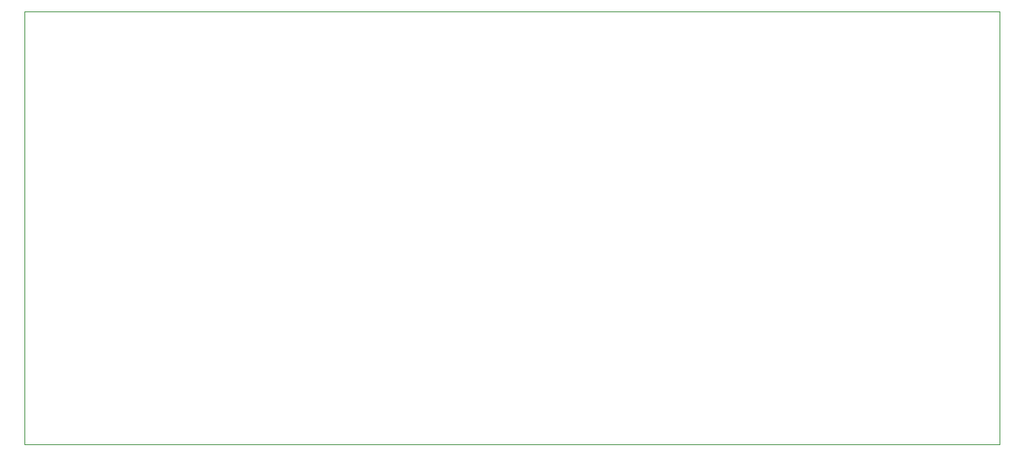
<source format=gbr>
%TF.GenerationSoftware,KiCad,Pcbnew,8.0.4*%
%TF.CreationDate,2025-10-07T11:11:27+02:00*%
%TF.ProjectId,RobotSuiveurDeLigne,526f626f-7453-4756-9976-65757244654c,rev?*%
%TF.SameCoordinates,Original*%
%TF.FileFunction,Profile,NP*%
%FSLAX46Y46*%
G04 Gerber Fmt 4.6, Leading zero omitted, Abs format (unit mm)*
G04 Created by KiCad (PCBNEW 8.0.4) date 2025-10-07 11:11:27*
%MOMM*%
%LPD*%
G01*
G04 APERTURE LIST*
%TA.AperFunction,Profile*%
%ADD10C,0.050000*%
%TD*%
G04 APERTURE END LIST*
D10*
X90000000Y-108000000D02*
X90000000Y-60000000D01*
X90000000Y-60000000D02*
X198000000Y-60000000D01*
X198000000Y-60000000D02*
X198000000Y-108000000D01*
X198000000Y-108000000D02*
X90000000Y-108000000D01*
M02*

</source>
